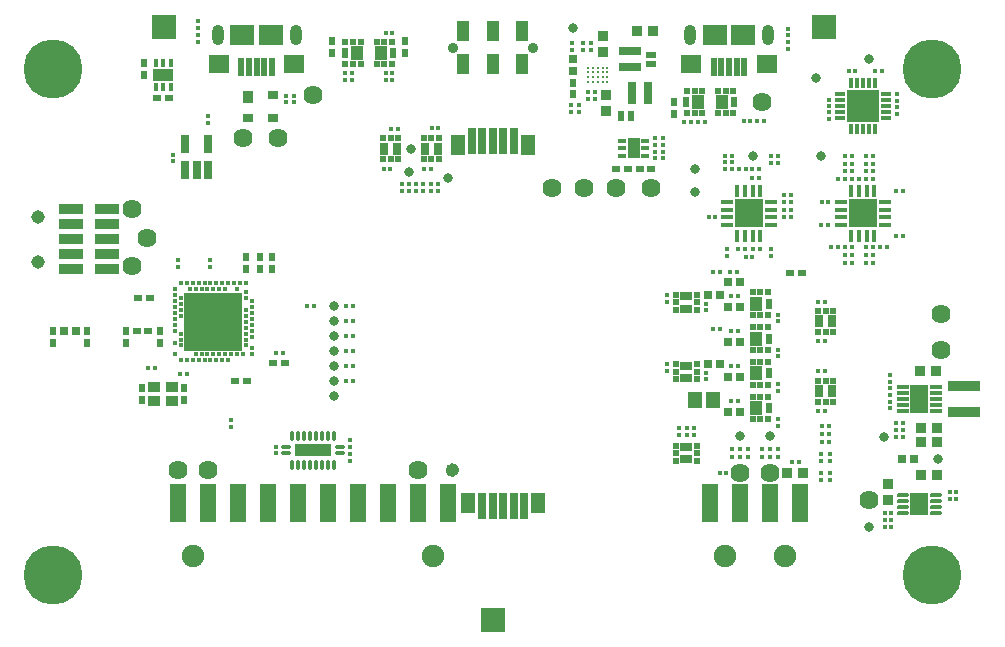
<source format=gts>
G04*
G04 #@! TF.GenerationSoftware,Altium Limited,Altium Designer,20.1.14 (287)*
G04*
G04 Layer_Color=8388736*
%FSLAX24Y24*%
%MOIN*%
G70*
G04*
G04 #@! TF.SameCoordinates,36825D0D-408E-4E44-9134-4F5201A7400A*
G04*
G04*
G04 #@! TF.FilePolarity,Negative*
G04*
G01*
G75*
%ADD80C,0.0240*%
%ADD81C,0.0323*%
%ADD82C,0.0126*%
%ADD83C,0.0638*%
%ADD84R,0.0547X0.1299*%
%ADD85R,0.0157X0.0146*%
%ADD86R,0.0165X0.0154*%
%ADD87R,0.0244X0.0323*%
%ADD88R,0.0154X0.0165*%
%ADD89R,0.0146X0.0157*%
%ADD90R,0.0323X0.0244*%
%ADD91R,0.0846X0.0346*%
%ADD92R,0.0264X0.0618*%
%ADD93R,0.0264X0.0618*%
%ADD94R,0.0201X0.0211*%
%ADD95R,0.0417X0.0496*%
%ADD96R,0.0232X0.0358*%
%ADD97O,0.0402X0.0146*%
%ADD98R,0.0618X0.0732*%
%ADD99R,0.0305X0.0165*%
%ADD100R,0.0437X0.0677*%
%ADD101R,0.0165X0.0305*%
%ADD102R,0.0677X0.0437*%
%ADD103O,0.0362X0.0146*%
%ADD104O,0.0146X0.0362*%
%ADD105R,0.1110X0.1110*%
%ADD106R,0.0244X0.0185*%
%ADD107R,0.0441X0.0283*%
%ADD108R,0.0185X0.0244*%
%ADD109R,0.0283X0.0441*%
%ADD110O,0.0146X0.0323*%
%ADD111R,0.0787X0.0787*%
%ADD112R,0.0441X0.0677*%
%ADD113R,0.0244X0.0283*%
%ADD114R,0.0421X0.0382*%
%ADD115R,0.1949X0.1949*%
%ADD116C,0.0148*%
%ADD117R,0.1189X0.0441*%
%ADD118O,0.0323X0.0146*%
%ADD119R,0.0402X0.0146*%
%ADD120R,0.0634X0.0976*%
%ADD121C,0.0130*%
%ADD122O,0.0165X0.0421*%
%ADD123O,0.0421X0.0165*%
%ADD124R,0.0972X0.0972*%
%ADD125R,0.0972X0.0972*%
%ADD126R,0.0276X0.0256*%
%ADD127R,0.0256X0.0276*%
%ADD128R,0.0500X0.0579*%
%ADD129R,0.0465X0.0669*%
%ADD130R,0.0283X0.0906*%
%ADD131R,0.0303X0.0244*%
%ADD132R,0.1110X0.0362*%
%ADD133R,0.0776X0.0303*%
%ADD134R,0.0303X0.0776*%
%ADD135R,0.0217X0.0591*%
%ADD136R,0.0795X0.0657*%
%ADD137R,0.0677X0.0598*%
%ADD138R,0.0382X0.0441*%
%ADD139R,0.0382X0.0283*%
%ADD140R,0.0283X0.0244*%
%ADD141R,0.0343X0.0362*%
%ADD142R,0.0362X0.0343*%
%ADD143C,0.0165*%
%ADD144C,0.0748*%
%ADD145C,0.0449*%
%ADD146C,0.1969*%
%ADD147C,0.0354*%
%ADD148O,0.0402X0.0677*%
D80*
X15608Y5689D02*
G03*
X15608Y5689I-110J0D01*
G01*
D81*
X27628Y18771D02*
D03*
X15364Y15413D02*
D03*
X14053Y15612D02*
D03*
X14134Y16398D02*
D03*
X11555Y11154D02*
D03*
Y10654D02*
D03*
X19518Y20423D02*
D03*
X25089Y6823D02*
D03*
X26102D02*
D03*
X29380Y3799D02*
D03*
X29888Y6783D02*
D03*
X31679Y6070D02*
D03*
X29380Y19390D02*
D03*
X27805Y16171D02*
D03*
X25510Y16174D02*
D03*
X23573Y15721D02*
D03*
Y14961D02*
D03*
X11565Y8150D02*
D03*
X11555Y8654D02*
D03*
Y9154D02*
D03*
Y9654D02*
D03*
Y10154D02*
D03*
D82*
X15374Y5689D02*
D03*
X15620D02*
D03*
D83*
X31787Y10883D02*
D03*
Y9702D02*
D03*
X26089Y5600D02*
D03*
X25089D02*
D03*
X29380Y4685D02*
D03*
X25817Y17963D02*
D03*
X18834Y15108D02*
D03*
X19897D02*
D03*
X20960D02*
D03*
X22136D02*
D03*
X10865Y18188D02*
D03*
X8514Y16748D02*
D03*
X9695D02*
D03*
X4833Y12500D02*
D03*
Y14390D02*
D03*
X5325Y13435D02*
D03*
X6366Y5689D02*
D03*
X7366D02*
D03*
X14366D02*
D03*
D84*
X7366Y4587D02*
D03*
X6366D02*
D03*
X8366D02*
D03*
X9366D02*
D03*
X10366D02*
D03*
X15366D02*
D03*
X14366D02*
D03*
X13366D02*
D03*
X11366D02*
D03*
X12366D02*
D03*
X27091D02*
D03*
X26091D02*
D03*
X24091D02*
D03*
X25091D02*
D03*
D85*
X19449Y17864D02*
D03*
Y17640D02*
D03*
X22520Y16307D02*
D03*
Y16083D02*
D03*
X30325Y18007D02*
D03*
Y18232D02*
D03*
X30104Y7974D02*
D03*
Y7750D02*
D03*
X7352Y17270D02*
D03*
Y17494D02*
D03*
X10236Y18173D02*
D03*
Y17949D02*
D03*
X9951Y18173D02*
D03*
Y17949D02*
D03*
X6344Y12467D02*
D03*
Y12691D02*
D03*
X7437Y12457D02*
D03*
Y12681D02*
D03*
X7028Y20425D02*
D03*
Y20650D02*
D03*
X26673Y19945D02*
D03*
Y19720D02*
D03*
X20108Y19701D02*
D03*
Y19925D02*
D03*
X12096Y6003D02*
D03*
Y6227D02*
D03*
Y6684D02*
D03*
Y6459D02*
D03*
D86*
X19734Y17864D02*
D03*
Y17640D02*
D03*
X20266Y18063D02*
D03*
Y18287D02*
D03*
X20010Y18287D02*
D03*
Y18063D02*
D03*
X22254Y16083D02*
D03*
Y16307D02*
D03*
X22520Y16752D02*
D03*
Y16528D02*
D03*
X22254D02*
D03*
Y16752D02*
D03*
X23955Y8936D02*
D03*
Y8712D02*
D03*
X30325Y17559D02*
D03*
Y17783D02*
D03*
X28051Y17392D02*
D03*
Y17616D02*
D03*
Y18041D02*
D03*
Y17817D02*
D03*
X30104Y8188D02*
D03*
Y8413D02*
D03*
X30105Y8626D02*
D03*
Y8850D02*
D03*
X26347Y7380D02*
D03*
Y7156D02*
D03*
X28091Y6227D02*
D03*
Y6003D02*
D03*
Y5594D02*
D03*
Y5370D02*
D03*
X27778Y5594D02*
D03*
Y5370D02*
D03*
Y6227D02*
D03*
Y6003D02*
D03*
X26347Y8542D02*
D03*
Y8317D02*
D03*
Y9707D02*
D03*
Y9482D02*
D03*
Y10871D02*
D03*
Y10647D02*
D03*
X23955Y11234D02*
D03*
Y11010D02*
D03*
X24644Y12825D02*
D03*
Y13050D02*
D03*
X26121Y12825D02*
D03*
Y13050D02*
D03*
X23543Y6866D02*
D03*
Y7091D02*
D03*
X23307D02*
D03*
Y6866D02*
D03*
X23071Y7091D02*
D03*
Y6866D02*
D03*
X22652Y8997D02*
D03*
Y9221D02*
D03*
Y11305D02*
D03*
Y11530D02*
D03*
X9636Y6467D02*
D03*
Y6242D02*
D03*
X8120Y7118D02*
D03*
Y7343D02*
D03*
X6206Y16208D02*
D03*
Y15984D02*
D03*
X7028Y19963D02*
D03*
Y20187D02*
D03*
X26673Y20407D02*
D03*
Y20183D02*
D03*
X19843Y19701D02*
D03*
Y19925D02*
D03*
X19498Y19701D02*
D03*
Y19925D02*
D03*
X15022Y14996D02*
D03*
Y15220D02*
D03*
X14780Y14996D02*
D03*
Y15220D02*
D03*
X14537Y14996D02*
D03*
Y15220D02*
D03*
X14295Y14996D02*
D03*
Y15220D02*
D03*
X14053Y14996D02*
D03*
Y15220D02*
D03*
X13811Y14996D02*
D03*
Y15220D02*
D03*
D87*
X21132Y17480D02*
D03*
X21447D02*
D03*
D88*
X23457Y17303D02*
D03*
X23232D02*
D03*
X23691D02*
D03*
X23915D02*
D03*
X25437Y17313D02*
D03*
X25213D02*
D03*
X25665D02*
D03*
X25890D02*
D03*
X26362Y16174D02*
D03*
X26138D02*
D03*
X25506Y15416D02*
D03*
X25731D02*
D03*
X24583Y15947D02*
D03*
X24807D02*
D03*
X24583Y16174D02*
D03*
X24807D02*
D03*
X29807Y19005D02*
D03*
X29583D02*
D03*
X28707D02*
D03*
X28932D02*
D03*
X28596Y15396D02*
D03*
X28372D02*
D03*
X28823Y15901D02*
D03*
X28598D02*
D03*
X28823Y16154D02*
D03*
X28598D02*
D03*
X29287Y15396D02*
D03*
X29512D02*
D03*
X29512Y15901D02*
D03*
X29287D02*
D03*
X29287Y16154D02*
D03*
X29512D02*
D03*
X30301Y14983D02*
D03*
X30526D02*
D03*
X30301Y13506D02*
D03*
X30526D02*
D03*
X29764Y13132D02*
D03*
X29988D02*
D03*
X29287Y12601D02*
D03*
X29512D02*
D03*
X29287Y12867D02*
D03*
X29512D02*
D03*
X28823Y12601D02*
D03*
X28598D02*
D03*
X28598Y12867D02*
D03*
X28823D02*
D03*
X26550Y14366D02*
D03*
X26774D02*
D03*
X26550Y14615D02*
D03*
X26774D02*
D03*
X26550Y14865D02*
D03*
X26774D02*
D03*
X28033Y14628D02*
D03*
X27809D02*
D03*
X28026Y13861D02*
D03*
X27801D02*
D03*
X28136Y13132D02*
D03*
X28360D02*
D03*
X32073Y4715D02*
D03*
X32297D02*
D03*
X32297Y4956D02*
D03*
X32073D02*
D03*
X29907Y3799D02*
D03*
X30132D02*
D03*
X30132Y4031D02*
D03*
X29907D02*
D03*
X29907Y4262D02*
D03*
X30132D02*
D03*
X30287Y6783D02*
D03*
X30512D02*
D03*
X30512Y7015D02*
D03*
X30287D02*
D03*
X30287Y7248D02*
D03*
X30512D02*
D03*
X27703Y11306D02*
D03*
X27927D02*
D03*
X27703Y8996D02*
D03*
X27927D02*
D03*
X27703Y7658D02*
D03*
X27927D02*
D03*
X27703Y9987D02*
D03*
X27927D02*
D03*
X25276Y12781D02*
D03*
X25500D02*
D03*
X25516Y13044D02*
D03*
X25741D02*
D03*
X25258D02*
D03*
X25034D02*
D03*
X24188Y10390D02*
D03*
X24412D02*
D03*
X14809Y17087D02*
D03*
X15033D02*
D03*
X13451Y17057D02*
D03*
X13675D02*
D03*
X13498Y20246D02*
D03*
X13274D02*
D03*
X11935Y18691D02*
D03*
X12159D02*
D03*
X11935Y18937D02*
D03*
X12159D02*
D03*
X13274Y18691D02*
D03*
X13498D02*
D03*
X13498Y18937D02*
D03*
X13274D02*
D03*
X12183Y8654D02*
D03*
X11959D02*
D03*
X12183Y9154D02*
D03*
X11959D02*
D03*
X12183Y9654D02*
D03*
X11959D02*
D03*
X12183Y10154D02*
D03*
X11959D02*
D03*
X12183Y10654D02*
D03*
X11959D02*
D03*
X12183Y11154D02*
D03*
X11959D02*
D03*
X10665D02*
D03*
X10890D02*
D03*
X14778Y15738D02*
D03*
X14553D02*
D03*
X13215Y15709D02*
D03*
X13439D02*
D03*
D89*
X25731Y15721D02*
D03*
X25506D02*
D03*
X25054D02*
D03*
X25278D02*
D03*
X26138Y15923D02*
D03*
X26362D02*
D03*
X24268Y14117D02*
D03*
X24044D02*
D03*
X24807Y15721D02*
D03*
X24583D02*
D03*
X24411Y5591D02*
D03*
X24636D02*
D03*
X29049Y15396D02*
D03*
X28825D02*
D03*
X28823Y15649D02*
D03*
X28598D02*
D03*
X29287D02*
D03*
X29512D02*
D03*
X29287Y13132D02*
D03*
X29512D02*
D03*
X28823D02*
D03*
X28598D02*
D03*
X26774Y14117D02*
D03*
X26550D02*
D03*
X26817Y5955D02*
D03*
X27041D02*
D03*
X24187Y12286D02*
D03*
X24412D02*
D03*
X24993Y12286D02*
D03*
X24768D02*
D03*
X25012Y11489D02*
D03*
X24788D02*
D03*
X25012Y10324D02*
D03*
X24788D02*
D03*
X25012Y9156D02*
D03*
X24788D02*
D03*
X25012Y7995D02*
D03*
X24788D02*
D03*
X5581Y9085D02*
D03*
X5356D02*
D03*
X6644Y8878D02*
D03*
X6419D02*
D03*
X9628Y9596D02*
D03*
X9852D02*
D03*
D90*
X22126Y19213D02*
D03*
Y19528D02*
D03*
D91*
X2787Y12882D02*
D03*
X3988Y14382D02*
D03*
Y13882D02*
D03*
Y13382D02*
D03*
Y12882D02*
D03*
Y12382D02*
D03*
X2787Y14382D02*
D03*
Y13882D02*
D03*
Y13382D02*
D03*
Y12382D02*
D03*
D92*
X6604Y16545D02*
D03*
X7352D02*
D03*
Y15699D02*
D03*
X6978D02*
D03*
D93*
X6604Y15699D02*
D03*
D94*
X25510Y7376D02*
D03*
X25766D02*
D03*
X26022D02*
D03*
Y8121D02*
D03*
X25766D02*
D03*
X25510D02*
D03*
X12982Y19215D02*
D03*
X13238D02*
D03*
X13494D02*
D03*
Y19959D02*
D03*
X13238D02*
D03*
X12982D02*
D03*
X12451Y19959D02*
D03*
X12195D02*
D03*
X11939D02*
D03*
Y19215D02*
D03*
X12195D02*
D03*
X12451D02*
D03*
X24360Y17591D02*
D03*
X24616D02*
D03*
X24872D02*
D03*
Y18335D02*
D03*
X24616D02*
D03*
X24360D02*
D03*
X23829Y17591D02*
D03*
X23573D02*
D03*
X23317D02*
D03*
Y18335D02*
D03*
X23573D02*
D03*
X23829D02*
D03*
X25510Y9282D02*
D03*
X25766D02*
D03*
X26022D02*
D03*
Y8538D02*
D03*
X25766D02*
D03*
X25510D02*
D03*
Y10447D02*
D03*
X25766D02*
D03*
X26022D02*
D03*
Y9703D02*
D03*
X25766D02*
D03*
X25510D02*
D03*
Y11611D02*
D03*
X25766D02*
D03*
X26022D02*
D03*
Y10867D02*
D03*
X25766D02*
D03*
X25510D02*
D03*
D95*
X25638Y7749D02*
D03*
X13110Y19587D02*
D03*
X12323D02*
D03*
X24488Y17963D02*
D03*
X23701D02*
D03*
X25638Y8910D02*
D03*
Y10075D02*
D03*
Y11239D02*
D03*
D96*
X26042Y7749D02*
D03*
X13514Y19587D02*
D03*
X11919D02*
D03*
X24892Y17963D02*
D03*
X23297D02*
D03*
X26042Y8910D02*
D03*
Y10075D02*
D03*
Y11239D02*
D03*
D97*
X31608Y4269D02*
D03*
Y4466D02*
D03*
Y4663D02*
D03*
Y4860D02*
D03*
X30510Y4269D02*
D03*
Y4466D02*
D03*
Y4663D02*
D03*
Y4860D02*
D03*
D98*
X31059Y4564D02*
D03*
D99*
X21927Y16155D02*
D03*
Y16411D02*
D03*
Y16667D02*
D03*
X21157Y16155D02*
D03*
Y16411D02*
D03*
Y16667D02*
D03*
D100*
X21542Y16411D02*
D03*
D101*
X5610Y18473D02*
D03*
X5866D02*
D03*
X6122D02*
D03*
X5610Y19243D02*
D03*
X5866D02*
D03*
X6122D02*
D03*
D102*
X5866Y18858D02*
D03*
D103*
X28415Y18209D02*
D03*
Y18012D02*
D03*
Y17815D02*
D03*
Y17618D02*
D03*
Y17421D02*
D03*
X29951D02*
D03*
Y17618D02*
D03*
Y17815D02*
D03*
Y18012D02*
D03*
Y18209D02*
D03*
D104*
X28789Y17047D02*
D03*
X28986D02*
D03*
X29183D02*
D03*
X29380D02*
D03*
X29577D02*
D03*
Y18583D02*
D03*
X29380D02*
D03*
X29183D02*
D03*
X28986D02*
D03*
X28789D02*
D03*
D105*
X29183Y17815D02*
D03*
D106*
X22949Y6506D02*
D03*
Y6250D02*
D03*
Y5994D02*
D03*
X23657Y6506D02*
D03*
Y6250D02*
D03*
Y5994D02*
D03*
X22949Y9222D02*
D03*
Y8967D02*
D03*
Y8711D02*
D03*
X23657Y9222D02*
D03*
Y8967D02*
D03*
Y8711D02*
D03*
X22949Y11535D02*
D03*
Y11280D02*
D03*
Y11024D02*
D03*
X23657Y11535D02*
D03*
Y11280D02*
D03*
Y11024D02*
D03*
D107*
X23303Y6457D02*
D03*
Y6043D02*
D03*
X23303Y9173D02*
D03*
Y8760D02*
D03*
X23303Y11486D02*
D03*
Y11073D02*
D03*
D108*
X15059Y16752D02*
D03*
X14803D02*
D03*
X14547D02*
D03*
X15059Y16043D02*
D03*
X14803D02*
D03*
X14547D02*
D03*
X28199Y8672D02*
D03*
X27943D02*
D03*
X27687D02*
D03*
X28199Y7963D02*
D03*
X27943D02*
D03*
X27687D02*
D03*
X28199Y11001D02*
D03*
X27943D02*
D03*
X27687D02*
D03*
X28199Y10293D02*
D03*
X27943D02*
D03*
X27687D02*
D03*
X13189Y16043D02*
D03*
X13445D02*
D03*
X13701D02*
D03*
X13189Y16752D02*
D03*
X13445D02*
D03*
X13701D02*
D03*
D109*
X15010Y16398D02*
D03*
X14596D02*
D03*
X28150Y8317D02*
D03*
X27736D02*
D03*
X28150Y10647D02*
D03*
X27736D02*
D03*
X13238Y16398D02*
D03*
X13652D02*
D03*
D110*
X11348Y6841D02*
D03*
X11152D02*
D03*
X10364D02*
D03*
X10561D02*
D03*
X10758D02*
D03*
X10955D02*
D03*
X11545D02*
D03*
Y5856D02*
D03*
X11348D02*
D03*
X11152D02*
D03*
X10955D02*
D03*
X10758D02*
D03*
X10561D02*
D03*
X10364D02*
D03*
X10167D02*
D03*
Y6841D02*
D03*
D111*
X27884Y20453D02*
D03*
X5876D02*
D03*
X16841Y699D02*
D03*
D112*
X15866Y19213D02*
D03*
X17835D02*
D03*
X16850D02*
D03*
Y20315D02*
D03*
X17835D02*
D03*
X15866D02*
D03*
D113*
X2205Y10318D02*
D03*
Y9924D02*
D03*
X8618Y12382D02*
D03*
Y12776D02*
D03*
X9498Y12382D02*
D03*
Y12776D02*
D03*
X9081Y12382D02*
D03*
Y12776D02*
D03*
X3317Y9924D02*
D03*
Y10318D02*
D03*
X4619Y9924D02*
D03*
Y10318D02*
D03*
X5743Y9931D02*
D03*
Y10325D02*
D03*
X5158Y8033D02*
D03*
Y8427D02*
D03*
X6558Y8427D02*
D03*
Y8033D02*
D03*
X19508Y18209D02*
D03*
Y18602D02*
D03*
X5226Y19252D02*
D03*
Y18858D02*
D03*
X11486Y19587D02*
D03*
Y19980D02*
D03*
X13927Y19980D02*
D03*
Y19587D02*
D03*
X22894Y17569D02*
D03*
Y17963D02*
D03*
D114*
X6143Y8457D02*
D03*
Y8004D02*
D03*
X5572D02*
D03*
Y8457D02*
D03*
D115*
X7535Y10630D02*
D03*
D116*
X6453Y11909D02*
D03*
X6650D02*
D03*
X6846D02*
D03*
X7043D02*
D03*
X7240D02*
D03*
X7437D02*
D03*
X7634D02*
D03*
X7831D02*
D03*
X8028D02*
D03*
X8224D02*
D03*
X8421D02*
D03*
X8618D02*
D03*
X6256Y11713D02*
D03*
X6748D02*
D03*
X6945D02*
D03*
X7142D02*
D03*
X7339D02*
D03*
X7535D02*
D03*
X7732D02*
D03*
X7929D02*
D03*
X8323D02*
D03*
X8618Y11614D02*
D03*
X6256Y11516D02*
D03*
X6453Y11417D02*
D03*
X8618D02*
D03*
X6256Y11319D02*
D03*
X8815D02*
D03*
X6453Y11220D02*
D03*
X6256Y11122D02*
D03*
X8815D02*
D03*
X6453Y11024D02*
D03*
X8618D02*
D03*
X6256Y10925D02*
D03*
X8815D02*
D03*
X6453Y10827D02*
D03*
X8618D02*
D03*
X6256Y10728D02*
D03*
X8815D02*
D03*
X8618Y10630D02*
D03*
X6256Y10532D02*
D03*
X8815D02*
D03*
X8618Y10433D02*
D03*
X6256Y10335D02*
D03*
X8815D02*
D03*
X6453Y10236D02*
D03*
X8618D02*
D03*
X8815Y10138D02*
D03*
X6453Y10039D02*
D03*
X8618D02*
D03*
X6256Y9941D02*
D03*
X8618Y9843D02*
D03*
X8815Y9744D02*
D03*
X6453Y9843D02*
D03*
X6256Y9547D02*
D03*
X6945D02*
D03*
X7142D02*
D03*
X7339D02*
D03*
X7535D02*
D03*
X7732D02*
D03*
X7929D02*
D03*
X8126D02*
D03*
X8323D02*
D03*
X8520D02*
D03*
X8815D02*
D03*
X6453Y9350D02*
D03*
X6846D02*
D03*
X7043D02*
D03*
X7240D02*
D03*
X7437D02*
D03*
X7634D02*
D03*
X7831D02*
D03*
X8028D02*
D03*
X6650D02*
D03*
D117*
X10856Y6348D02*
D03*
D118*
X11742Y6447D02*
D03*
Y6250D02*
D03*
X9970D02*
D03*
Y6447D02*
D03*
D119*
X31608Y7675D02*
D03*
Y7872D02*
D03*
Y8068D02*
D03*
Y8265D02*
D03*
Y8462D02*
D03*
X30510Y7675D02*
D03*
Y7872D02*
D03*
Y8068D02*
D03*
Y8265D02*
D03*
Y8462D02*
D03*
D120*
X31059Y8068D02*
D03*
D121*
X20039Y18632D02*
D03*
Y18789D02*
D03*
Y18947D02*
D03*
Y19104D02*
D03*
X20197Y18632D02*
D03*
Y18789D02*
D03*
Y18947D02*
D03*
Y19104D02*
D03*
X20354Y18632D02*
D03*
Y18789D02*
D03*
Y18947D02*
D03*
Y19104D02*
D03*
X20512Y18632D02*
D03*
Y18789D02*
D03*
Y18947D02*
D03*
Y19104D02*
D03*
X20669Y18632D02*
D03*
Y18789D02*
D03*
Y18947D02*
D03*
Y19104D02*
D03*
D122*
X29567Y14983D02*
D03*
X29311D02*
D03*
X29055D02*
D03*
X28799D02*
D03*
Y13506D02*
D03*
X29055D02*
D03*
X29311D02*
D03*
X29567D02*
D03*
X24999Y13506D02*
D03*
X25254D02*
D03*
X25510D02*
D03*
X25766D02*
D03*
Y14983D02*
D03*
X25510D02*
D03*
X25254D02*
D03*
X24999D02*
D03*
D123*
X28445Y14628D02*
D03*
Y14372D02*
D03*
Y14117D02*
D03*
Y13861D02*
D03*
X29921D02*
D03*
Y14117D02*
D03*
Y14372D02*
D03*
Y14628D02*
D03*
X24644Y14628D02*
D03*
Y14373D02*
D03*
Y14117D02*
D03*
Y13861D02*
D03*
X26121D02*
D03*
Y14117D02*
D03*
Y14373D02*
D03*
Y14628D02*
D03*
D124*
X29183Y14244D02*
D03*
D125*
X25382Y14245D02*
D03*
D126*
X30488Y6070D02*
D03*
X30882D02*
D03*
X2565Y10328D02*
D03*
X2959D02*
D03*
X25077Y7621D02*
D03*
X24684D02*
D03*
Y8782D02*
D03*
X25077D02*
D03*
X24684Y9950D02*
D03*
X25077D02*
D03*
X24684Y11115D02*
D03*
X25077D02*
D03*
X24684Y11961D02*
D03*
X25077D02*
D03*
X24418Y11538D02*
D03*
X24024D02*
D03*
Y9222D02*
D03*
X24418D02*
D03*
D127*
X19508Y18986D02*
D03*
Y19380D02*
D03*
D128*
X23579Y8022D02*
D03*
X24189D02*
D03*
D129*
X16033Y4606D02*
D03*
X18356D02*
D03*
X18012Y16535D02*
D03*
X15689D02*
D03*
D130*
X17195Y4488D02*
D03*
X16486D02*
D03*
X16841D02*
D03*
X17549D02*
D03*
X17904D02*
D03*
X16850Y16654D02*
D03*
X17559D02*
D03*
X17205D02*
D03*
X16496D02*
D03*
X16142D02*
D03*
D131*
X5370Y10328D02*
D03*
X4996D02*
D03*
D132*
X32565Y7638D02*
D03*
Y8504D02*
D03*
D133*
X21407Y19656D02*
D03*
Y19124D02*
D03*
D134*
X22008Y18248D02*
D03*
X21476D02*
D03*
D135*
X8976Y19134D02*
D03*
X9232D02*
D03*
X9488D02*
D03*
X8720D02*
D03*
X8465D02*
D03*
X24724D02*
D03*
X24980D02*
D03*
X25236D02*
D03*
X24469D02*
D03*
X24213D02*
D03*
D136*
X9449Y20187D02*
D03*
X8504D02*
D03*
X25197D02*
D03*
X24252D02*
D03*
D137*
X7717Y19222D02*
D03*
X10236D02*
D03*
X23465D02*
D03*
X25984D02*
D03*
D138*
X8701Y18109D02*
D03*
D139*
Y17440D02*
D03*
X9508D02*
D03*
Y18188D02*
D03*
D140*
X5409Y11417D02*
D03*
X5016D02*
D03*
X9524Y9262D02*
D03*
X9917D02*
D03*
X8264Y8671D02*
D03*
X8657D02*
D03*
X21742Y15738D02*
D03*
X22136D02*
D03*
X20955D02*
D03*
X21348D02*
D03*
X6063Y18080D02*
D03*
X5669D02*
D03*
X26770Y12247D02*
D03*
X27164D02*
D03*
D141*
X31659Y5509D02*
D03*
X31128D02*
D03*
X31659Y6631D02*
D03*
X31128D02*
D03*
X31659Y7104D02*
D03*
X31128D02*
D03*
X31610Y9003D02*
D03*
X31079D02*
D03*
X21654Y20325D02*
D03*
X22185D02*
D03*
X26663Y5591D02*
D03*
X27195D02*
D03*
D142*
X30026Y4683D02*
D03*
Y5214D02*
D03*
X20512Y19636D02*
D03*
Y20167D02*
D03*
X20630Y18179D02*
D03*
Y17648D02*
D03*
D143*
X27807Y7153D02*
D03*
X28063D02*
D03*
X27807Y6897D02*
D03*
X28063D02*
D03*
X27807Y6641D02*
D03*
X28063D02*
D03*
X25345Y6380D02*
D03*
Y6125D02*
D03*
X25089Y6380D02*
D03*
Y6125D02*
D03*
X24833Y6380D02*
D03*
Y6125D02*
D03*
X26345Y6380D02*
D03*
Y6125D02*
D03*
X26089Y6380D02*
D03*
Y6125D02*
D03*
X25833Y6380D02*
D03*
Y6125D02*
D03*
D144*
X6866Y2817D02*
D03*
X14866D02*
D03*
X24591D02*
D03*
X26591D02*
D03*
D145*
X1687Y14132D02*
D03*
Y12632D02*
D03*
D146*
X2205Y19047D02*
D03*
X2205Y2205D02*
D03*
X31496D02*
D03*
X31496Y19047D02*
D03*
D147*
X18189Y19764D02*
D03*
X15512D02*
D03*
D148*
X7677Y20187D02*
D03*
X10276D02*
D03*
X23425D02*
D03*
X26024D02*
D03*
M02*

</source>
